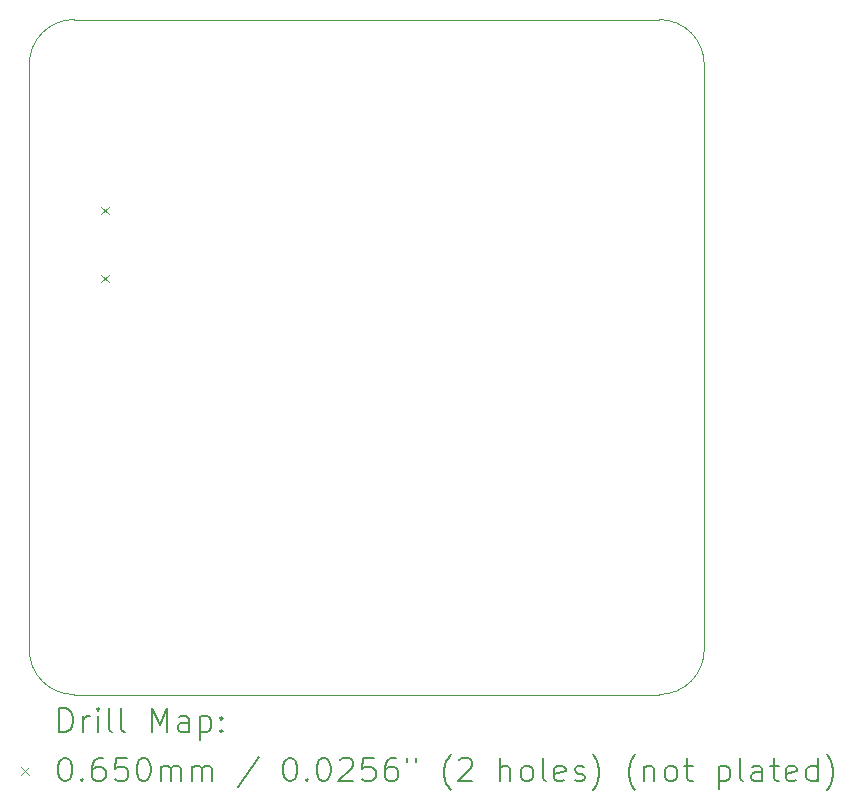
<source format=gbr>
%TF.GenerationSoftware,KiCad,Pcbnew,8.0.6*%
%TF.CreationDate,2025-01-17T02:24:15-08:00*%
%TF.ProjectId,Constellation Stack V2.0,436f6e73-7465-46c6-9c61-74696f6e2053,rev?*%
%TF.SameCoordinates,Original*%
%TF.FileFunction,Drillmap*%
%TF.FilePolarity,Positive*%
%FSLAX45Y45*%
G04 Gerber Fmt 4.5, Leading zero omitted, Abs format (unit mm)*
G04 Created by KiCad (PCBNEW 8.0.6) date 2025-01-17 02:24:15*
%MOMM*%
%LPD*%
G01*
G04 APERTURE LIST*
%ADD10C,0.100000*%
%ADD11C,0.200000*%
G04 APERTURE END LIST*
D10*
X2921000Y-8255000D02*
G75*
G02*
X2540000Y-7874000I0J381000D01*
G01*
X7874000Y-2540000D02*
G75*
G02*
X8255000Y-2921000I0J-381000D01*
G01*
X2540000Y-7874000D02*
X2540000Y-2921000D01*
X8255000Y-7874000D02*
G75*
G02*
X7874000Y-8255000I-381000J0D01*
G01*
X8255000Y-7874000D02*
X8255000Y-2921000D01*
X2921000Y-8255000D02*
X7874000Y-8255000D01*
X2540000Y-2921000D02*
G75*
G02*
X2921000Y-2540000I381000J0D01*
G01*
X2921000Y-2540000D02*
X7874000Y-2540000D01*
D11*
D10*
X3149000Y-4123500D02*
X3214000Y-4188500D01*
X3214000Y-4123500D02*
X3149000Y-4188500D01*
X3149000Y-4701500D02*
X3214000Y-4766500D01*
X3214000Y-4701500D02*
X3149000Y-4766500D01*
D11*
X2795777Y-8571484D02*
X2795777Y-8371484D01*
X2795777Y-8371484D02*
X2843396Y-8371484D01*
X2843396Y-8371484D02*
X2871967Y-8381008D01*
X2871967Y-8381008D02*
X2891015Y-8400055D01*
X2891015Y-8400055D02*
X2900539Y-8419103D01*
X2900539Y-8419103D02*
X2910062Y-8457198D01*
X2910062Y-8457198D02*
X2910062Y-8485770D01*
X2910062Y-8485770D02*
X2900539Y-8523865D01*
X2900539Y-8523865D02*
X2891015Y-8542912D01*
X2891015Y-8542912D02*
X2871967Y-8561960D01*
X2871967Y-8561960D02*
X2843396Y-8571484D01*
X2843396Y-8571484D02*
X2795777Y-8571484D01*
X2995777Y-8571484D02*
X2995777Y-8438150D01*
X2995777Y-8476246D02*
X3005301Y-8457198D01*
X3005301Y-8457198D02*
X3014824Y-8447674D01*
X3014824Y-8447674D02*
X3033872Y-8438150D01*
X3033872Y-8438150D02*
X3052920Y-8438150D01*
X3119586Y-8571484D02*
X3119586Y-8438150D01*
X3119586Y-8371484D02*
X3110062Y-8381008D01*
X3110062Y-8381008D02*
X3119586Y-8390531D01*
X3119586Y-8390531D02*
X3129110Y-8381008D01*
X3129110Y-8381008D02*
X3119586Y-8371484D01*
X3119586Y-8371484D02*
X3119586Y-8390531D01*
X3243396Y-8571484D02*
X3224348Y-8561960D01*
X3224348Y-8561960D02*
X3214824Y-8542912D01*
X3214824Y-8542912D02*
X3214824Y-8371484D01*
X3348158Y-8571484D02*
X3329110Y-8561960D01*
X3329110Y-8561960D02*
X3319586Y-8542912D01*
X3319586Y-8542912D02*
X3319586Y-8371484D01*
X3576729Y-8571484D02*
X3576729Y-8371484D01*
X3576729Y-8371484D02*
X3643396Y-8514341D01*
X3643396Y-8514341D02*
X3710062Y-8371484D01*
X3710062Y-8371484D02*
X3710062Y-8571484D01*
X3891015Y-8571484D02*
X3891015Y-8466722D01*
X3891015Y-8466722D02*
X3881491Y-8447674D01*
X3881491Y-8447674D02*
X3862443Y-8438150D01*
X3862443Y-8438150D02*
X3824348Y-8438150D01*
X3824348Y-8438150D02*
X3805301Y-8447674D01*
X3891015Y-8561960D02*
X3871967Y-8571484D01*
X3871967Y-8571484D02*
X3824348Y-8571484D01*
X3824348Y-8571484D02*
X3805301Y-8561960D01*
X3805301Y-8561960D02*
X3795777Y-8542912D01*
X3795777Y-8542912D02*
X3795777Y-8523865D01*
X3795777Y-8523865D02*
X3805301Y-8504817D01*
X3805301Y-8504817D02*
X3824348Y-8495293D01*
X3824348Y-8495293D02*
X3871967Y-8495293D01*
X3871967Y-8495293D02*
X3891015Y-8485770D01*
X3986253Y-8438150D02*
X3986253Y-8638150D01*
X3986253Y-8447674D02*
X4005301Y-8438150D01*
X4005301Y-8438150D02*
X4043396Y-8438150D01*
X4043396Y-8438150D02*
X4062443Y-8447674D01*
X4062443Y-8447674D02*
X4071967Y-8457198D01*
X4071967Y-8457198D02*
X4081491Y-8476246D01*
X4081491Y-8476246D02*
X4081491Y-8533389D01*
X4081491Y-8533389D02*
X4071967Y-8552436D01*
X4071967Y-8552436D02*
X4062443Y-8561960D01*
X4062443Y-8561960D02*
X4043396Y-8571484D01*
X4043396Y-8571484D02*
X4005301Y-8571484D01*
X4005301Y-8571484D02*
X3986253Y-8561960D01*
X4167205Y-8552436D02*
X4176729Y-8561960D01*
X4176729Y-8561960D02*
X4167205Y-8571484D01*
X4167205Y-8571484D02*
X4157682Y-8561960D01*
X4157682Y-8561960D02*
X4167205Y-8552436D01*
X4167205Y-8552436D02*
X4167205Y-8571484D01*
X4167205Y-8447674D02*
X4176729Y-8457198D01*
X4176729Y-8457198D02*
X4167205Y-8466722D01*
X4167205Y-8466722D02*
X4157682Y-8457198D01*
X4157682Y-8457198D02*
X4167205Y-8447674D01*
X4167205Y-8447674D02*
X4167205Y-8466722D01*
D10*
X2470000Y-8867500D02*
X2535000Y-8932500D01*
X2535000Y-8867500D02*
X2470000Y-8932500D01*
D11*
X2833872Y-8791484D02*
X2852920Y-8791484D01*
X2852920Y-8791484D02*
X2871967Y-8801008D01*
X2871967Y-8801008D02*
X2881491Y-8810531D01*
X2881491Y-8810531D02*
X2891015Y-8829579D01*
X2891015Y-8829579D02*
X2900539Y-8867674D01*
X2900539Y-8867674D02*
X2900539Y-8915293D01*
X2900539Y-8915293D02*
X2891015Y-8953389D01*
X2891015Y-8953389D02*
X2881491Y-8972436D01*
X2881491Y-8972436D02*
X2871967Y-8981960D01*
X2871967Y-8981960D02*
X2852920Y-8991484D01*
X2852920Y-8991484D02*
X2833872Y-8991484D01*
X2833872Y-8991484D02*
X2814824Y-8981960D01*
X2814824Y-8981960D02*
X2805301Y-8972436D01*
X2805301Y-8972436D02*
X2795777Y-8953389D01*
X2795777Y-8953389D02*
X2786253Y-8915293D01*
X2786253Y-8915293D02*
X2786253Y-8867674D01*
X2786253Y-8867674D02*
X2795777Y-8829579D01*
X2795777Y-8829579D02*
X2805301Y-8810531D01*
X2805301Y-8810531D02*
X2814824Y-8801008D01*
X2814824Y-8801008D02*
X2833872Y-8791484D01*
X2986253Y-8972436D02*
X2995777Y-8981960D01*
X2995777Y-8981960D02*
X2986253Y-8991484D01*
X2986253Y-8991484D02*
X2976729Y-8981960D01*
X2976729Y-8981960D02*
X2986253Y-8972436D01*
X2986253Y-8972436D02*
X2986253Y-8991484D01*
X3167205Y-8791484D02*
X3129110Y-8791484D01*
X3129110Y-8791484D02*
X3110062Y-8801008D01*
X3110062Y-8801008D02*
X3100539Y-8810531D01*
X3100539Y-8810531D02*
X3081491Y-8839103D01*
X3081491Y-8839103D02*
X3071967Y-8877198D01*
X3071967Y-8877198D02*
X3071967Y-8953389D01*
X3071967Y-8953389D02*
X3081491Y-8972436D01*
X3081491Y-8972436D02*
X3091015Y-8981960D01*
X3091015Y-8981960D02*
X3110062Y-8991484D01*
X3110062Y-8991484D02*
X3148158Y-8991484D01*
X3148158Y-8991484D02*
X3167205Y-8981960D01*
X3167205Y-8981960D02*
X3176729Y-8972436D01*
X3176729Y-8972436D02*
X3186253Y-8953389D01*
X3186253Y-8953389D02*
X3186253Y-8905770D01*
X3186253Y-8905770D02*
X3176729Y-8886722D01*
X3176729Y-8886722D02*
X3167205Y-8877198D01*
X3167205Y-8877198D02*
X3148158Y-8867674D01*
X3148158Y-8867674D02*
X3110062Y-8867674D01*
X3110062Y-8867674D02*
X3091015Y-8877198D01*
X3091015Y-8877198D02*
X3081491Y-8886722D01*
X3081491Y-8886722D02*
X3071967Y-8905770D01*
X3367205Y-8791484D02*
X3271967Y-8791484D01*
X3271967Y-8791484D02*
X3262443Y-8886722D01*
X3262443Y-8886722D02*
X3271967Y-8877198D01*
X3271967Y-8877198D02*
X3291015Y-8867674D01*
X3291015Y-8867674D02*
X3338634Y-8867674D01*
X3338634Y-8867674D02*
X3357682Y-8877198D01*
X3357682Y-8877198D02*
X3367205Y-8886722D01*
X3367205Y-8886722D02*
X3376729Y-8905770D01*
X3376729Y-8905770D02*
X3376729Y-8953389D01*
X3376729Y-8953389D02*
X3367205Y-8972436D01*
X3367205Y-8972436D02*
X3357682Y-8981960D01*
X3357682Y-8981960D02*
X3338634Y-8991484D01*
X3338634Y-8991484D02*
X3291015Y-8991484D01*
X3291015Y-8991484D02*
X3271967Y-8981960D01*
X3271967Y-8981960D02*
X3262443Y-8972436D01*
X3500539Y-8791484D02*
X3519586Y-8791484D01*
X3519586Y-8791484D02*
X3538634Y-8801008D01*
X3538634Y-8801008D02*
X3548158Y-8810531D01*
X3548158Y-8810531D02*
X3557682Y-8829579D01*
X3557682Y-8829579D02*
X3567205Y-8867674D01*
X3567205Y-8867674D02*
X3567205Y-8915293D01*
X3567205Y-8915293D02*
X3557682Y-8953389D01*
X3557682Y-8953389D02*
X3548158Y-8972436D01*
X3548158Y-8972436D02*
X3538634Y-8981960D01*
X3538634Y-8981960D02*
X3519586Y-8991484D01*
X3519586Y-8991484D02*
X3500539Y-8991484D01*
X3500539Y-8991484D02*
X3481491Y-8981960D01*
X3481491Y-8981960D02*
X3471967Y-8972436D01*
X3471967Y-8972436D02*
X3462443Y-8953389D01*
X3462443Y-8953389D02*
X3452920Y-8915293D01*
X3452920Y-8915293D02*
X3452920Y-8867674D01*
X3452920Y-8867674D02*
X3462443Y-8829579D01*
X3462443Y-8829579D02*
X3471967Y-8810531D01*
X3471967Y-8810531D02*
X3481491Y-8801008D01*
X3481491Y-8801008D02*
X3500539Y-8791484D01*
X3652920Y-8991484D02*
X3652920Y-8858150D01*
X3652920Y-8877198D02*
X3662443Y-8867674D01*
X3662443Y-8867674D02*
X3681491Y-8858150D01*
X3681491Y-8858150D02*
X3710063Y-8858150D01*
X3710063Y-8858150D02*
X3729110Y-8867674D01*
X3729110Y-8867674D02*
X3738634Y-8886722D01*
X3738634Y-8886722D02*
X3738634Y-8991484D01*
X3738634Y-8886722D02*
X3748158Y-8867674D01*
X3748158Y-8867674D02*
X3767205Y-8858150D01*
X3767205Y-8858150D02*
X3795777Y-8858150D01*
X3795777Y-8858150D02*
X3814824Y-8867674D01*
X3814824Y-8867674D02*
X3824348Y-8886722D01*
X3824348Y-8886722D02*
X3824348Y-8991484D01*
X3919586Y-8991484D02*
X3919586Y-8858150D01*
X3919586Y-8877198D02*
X3929110Y-8867674D01*
X3929110Y-8867674D02*
X3948158Y-8858150D01*
X3948158Y-8858150D02*
X3976729Y-8858150D01*
X3976729Y-8858150D02*
X3995777Y-8867674D01*
X3995777Y-8867674D02*
X4005301Y-8886722D01*
X4005301Y-8886722D02*
X4005301Y-8991484D01*
X4005301Y-8886722D02*
X4014824Y-8867674D01*
X4014824Y-8867674D02*
X4033872Y-8858150D01*
X4033872Y-8858150D02*
X4062443Y-8858150D01*
X4062443Y-8858150D02*
X4081491Y-8867674D01*
X4081491Y-8867674D02*
X4091015Y-8886722D01*
X4091015Y-8886722D02*
X4091015Y-8991484D01*
X4481491Y-8781960D02*
X4310063Y-9039103D01*
X4738634Y-8791484D02*
X4757682Y-8791484D01*
X4757682Y-8791484D02*
X4776729Y-8801008D01*
X4776729Y-8801008D02*
X4786253Y-8810531D01*
X4786253Y-8810531D02*
X4795777Y-8829579D01*
X4795777Y-8829579D02*
X4805301Y-8867674D01*
X4805301Y-8867674D02*
X4805301Y-8915293D01*
X4805301Y-8915293D02*
X4795777Y-8953389D01*
X4795777Y-8953389D02*
X4786253Y-8972436D01*
X4786253Y-8972436D02*
X4776729Y-8981960D01*
X4776729Y-8981960D02*
X4757682Y-8991484D01*
X4757682Y-8991484D02*
X4738634Y-8991484D01*
X4738634Y-8991484D02*
X4719587Y-8981960D01*
X4719587Y-8981960D02*
X4710063Y-8972436D01*
X4710063Y-8972436D02*
X4700539Y-8953389D01*
X4700539Y-8953389D02*
X4691015Y-8915293D01*
X4691015Y-8915293D02*
X4691015Y-8867674D01*
X4691015Y-8867674D02*
X4700539Y-8829579D01*
X4700539Y-8829579D02*
X4710063Y-8810531D01*
X4710063Y-8810531D02*
X4719587Y-8801008D01*
X4719587Y-8801008D02*
X4738634Y-8791484D01*
X4891015Y-8972436D02*
X4900539Y-8981960D01*
X4900539Y-8981960D02*
X4891015Y-8991484D01*
X4891015Y-8991484D02*
X4881491Y-8981960D01*
X4881491Y-8981960D02*
X4891015Y-8972436D01*
X4891015Y-8972436D02*
X4891015Y-8991484D01*
X5024348Y-8791484D02*
X5043396Y-8791484D01*
X5043396Y-8791484D02*
X5062444Y-8801008D01*
X5062444Y-8801008D02*
X5071968Y-8810531D01*
X5071968Y-8810531D02*
X5081491Y-8829579D01*
X5081491Y-8829579D02*
X5091015Y-8867674D01*
X5091015Y-8867674D02*
X5091015Y-8915293D01*
X5091015Y-8915293D02*
X5081491Y-8953389D01*
X5081491Y-8953389D02*
X5071968Y-8972436D01*
X5071968Y-8972436D02*
X5062444Y-8981960D01*
X5062444Y-8981960D02*
X5043396Y-8991484D01*
X5043396Y-8991484D02*
X5024348Y-8991484D01*
X5024348Y-8991484D02*
X5005301Y-8981960D01*
X5005301Y-8981960D02*
X4995777Y-8972436D01*
X4995777Y-8972436D02*
X4986253Y-8953389D01*
X4986253Y-8953389D02*
X4976729Y-8915293D01*
X4976729Y-8915293D02*
X4976729Y-8867674D01*
X4976729Y-8867674D02*
X4986253Y-8829579D01*
X4986253Y-8829579D02*
X4995777Y-8810531D01*
X4995777Y-8810531D02*
X5005301Y-8801008D01*
X5005301Y-8801008D02*
X5024348Y-8791484D01*
X5167206Y-8810531D02*
X5176729Y-8801008D01*
X5176729Y-8801008D02*
X5195777Y-8791484D01*
X5195777Y-8791484D02*
X5243396Y-8791484D01*
X5243396Y-8791484D02*
X5262444Y-8801008D01*
X5262444Y-8801008D02*
X5271968Y-8810531D01*
X5271968Y-8810531D02*
X5281491Y-8829579D01*
X5281491Y-8829579D02*
X5281491Y-8848627D01*
X5281491Y-8848627D02*
X5271968Y-8877198D01*
X5271968Y-8877198D02*
X5157682Y-8991484D01*
X5157682Y-8991484D02*
X5281491Y-8991484D01*
X5462444Y-8791484D02*
X5367206Y-8791484D01*
X5367206Y-8791484D02*
X5357682Y-8886722D01*
X5357682Y-8886722D02*
X5367206Y-8877198D01*
X5367206Y-8877198D02*
X5386253Y-8867674D01*
X5386253Y-8867674D02*
X5433872Y-8867674D01*
X5433872Y-8867674D02*
X5452920Y-8877198D01*
X5452920Y-8877198D02*
X5462444Y-8886722D01*
X5462444Y-8886722D02*
X5471968Y-8905770D01*
X5471968Y-8905770D02*
X5471968Y-8953389D01*
X5471968Y-8953389D02*
X5462444Y-8972436D01*
X5462444Y-8972436D02*
X5452920Y-8981960D01*
X5452920Y-8981960D02*
X5433872Y-8991484D01*
X5433872Y-8991484D02*
X5386253Y-8991484D01*
X5386253Y-8991484D02*
X5367206Y-8981960D01*
X5367206Y-8981960D02*
X5357682Y-8972436D01*
X5643396Y-8791484D02*
X5605301Y-8791484D01*
X5605301Y-8791484D02*
X5586253Y-8801008D01*
X5586253Y-8801008D02*
X5576729Y-8810531D01*
X5576729Y-8810531D02*
X5557682Y-8839103D01*
X5557682Y-8839103D02*
X5548158Y-8877198D01*
X5548158Y-8877198D02*
X5548158Y-8953389D01*
X5548158Y-8953389D02*
X5557682Y-8972436D01*
X5557682Y-8972436D02*
X5567206Y-8981960D01*
X5567206Y-8981960D02*
X5586253Y-8991484D01*
X5586253Y-8991484D02*
X5624348Y-8991484D01*
X5624348Y-8991484D02*
X5643396Y-8981960D01*
X5643396Y-8981960D02*
X5652920Y-8972436D01*
X5652920Y-8972436D02*
X5662444Y-8953389D01*
X5662444Y-8953389D02*
X5662444Y-8905770D01*
X5662444Y-8905770D02*
X5652920Y-8886722D01*
X5652920Y-8886722D02*
X5643396Y-8877198D01*
X5643396Y-8877198D02*
X5624348Y-8867674D01*
X5624348Y-8867674D02*
X5586253Y-8867674D01*
X5586253Y-8867674D02*
X5567206Y-8877198D01*
X5567206Y-8877198D02*
X5557682Y-8886722D01*
X5557682Y-8886722D02*
X5548158Y-8905770D01*
X5738634Y-8791484D02*
X5738634Y-8829579D01*
X5814825Y-8791484D02*
X5814825Y-8829579D01*
X6110063Y-9067674D02*
X6100539Y-9058150D01*
X6100539Y-9058150D02*
X6081491Y-9029579D01*
X6081491Y-9029579D02*
X6071968Y-9010531D01*
X6071968Y-9010531D02*
X6062444Y-8981960D01*
X6062444Y-8981960D02*
X6052920Y-8934341D01*
X6052920Y-8934341D02*
X6052920Y-8896246D01*
X6052920Y-8896246D02*
X6062444Y-8848627D01*
X6062444Y-8848627D02*
X6071968Y-8820055D01*
X6071968Y-8820055D02*
X6081491Y-8801008D01*
X6081491Y-8801008D02*
X6100539Y-8772436D01*
X6100539Y-8772436D02*
X6110063Y-8762912D01*
X6176729Y-8810531D02*
X6186253Y-8801008D01*
X6186253Y-8801008D02*
X6205301Y-8791484D01*
X6205301Y-8791484D02*
X6252920Y-8791484D01*
X6252920Y-8791484D02*
X6271968Y-8801008D01*
X6271968Y-8801008D02*
X6281491Y-8810531D01*
X6281491Y-8810531D02*
X6291015Y-8829579D01*
X6291015Y-8829579D02*
X6291015Y-8848627D01*
X6291015Y-8848627D02*
X6281491Y-8877198D01*
X6281491Y-8877198D02*
X6167206Y-8991484D01*
X6167206Y-8991484D02*
X6291015Y-8991484D01*
X6529110Y-8991484D02*
X6529110Y-8791484D01*
X6614825Y-8991484D02*
X6614825Y-8886722D01*
X6614825Y-8886722D02*
X6605301Y-8867674D01*
X6605301Y-8867674D02*
X6586253Y-8858150D01*
X6586253Y-8858150D02*
X6557682Y-8858150D01*
X6557682Y-8858150D02*
X6538634Y-8867674D01*
X6538634Y-8867674D02*
X6529110Y-8877198D01*
X6738634Y-8991484D02*
X6719587Y-8981960D01*
X6719587Y-8981960D02*
X6710063Y-8972436D01*
X6710063Y-8972436D02*
X6700539Y-8953389D01*
X6700539Y-8953389D02*
X6700539Y-8896246D01*
X6700539Y-8896246D02*
X6710063Y-8877198D01*
X6710063Y-8877198D02*
X6719587Y-8867674D01*
X6719587Y-8867674D02*
X6738634Y-8858150D01*
X6738634Y-8858150D02*
X6767206Y-8858150D01*
X6767206Y-8858150D02*
X6786253Y-8867674D01*
X6786253Y-8867674D02*
X6795777Y-8877198D01*
X6795777Y-8877198D02*
X6805301Y-8896246D01*
X6805301Y-8896246D02*
X6805301Y-8953389D01*
X6805301Y-8953389D02*
X6795777Y-8972436D01*
X6795777Y-8972436D02*
X6786253Y-8981960D01*
X6786253Y-8981960D02*
X6767206Y-8991484D01*
X6767206Y-8991484D02*
X6738634Y-8991484D01*
X6919587Y-8991484D02*
X6900539Y-8981960D01*
X6900539Y-8981960D02*
X6891015Y-8962912D01*
X6891015Y-8962912D02*
X6891015Y-8791484D01*
X7071968Y-8981960D02*
X7052920Y-8991484D01*
X7052920Y-8991484D02*
X7014825Y-8991484D01*
X7014825Y-8991484D02*
X6995777Y-8981960D01*
X6995777Y-8981960D02*
X6986253Y-8962912D01*
X6986253Y-8962912D02*
X6986253Y-8886722D01*
X6986253Y-8886722D02*
X6995777Y-8867674D01*
X6995777Y-8867674D02*
X7014825Y-8858150D01*
X7014825Y-8858150D02*
X7052920Y-8858150D01*
X7052920Y-8858150D02*
X7071968Y-8867674D01*
X7071968Y-8867674D02*
X7081491Y-8886722D01*
X7081491Y-8886722D02*
X7081491Y-8905770D01*
X7081491Y-8905770D02*
X6986253Y-8924817D01*
X7157682Y-8981960D02*
X7176730Y-8991484D01*
X7176730Y-8991484D02*
X7214825Y-8991484D01*
X7214825Y-8991484D02*
X7233872Y-8981960D01*
X7233872Y-8981960D02*
X7243396Y-8962912D01*
X7243396Y-8962912D02*
X7243396Y-8953389D01*
X7243396Y-8953389D02*
X7233872Y-8934341D01*
X7233872Y-8934341D02*
X7214825Y-8924817D01*
X7214825Y-8924817D02*
X7186253Y-8924817D01*
X7186253Y-8924817D02*
X7167206Y-8915293D01*
X7167206Y-8915293D02*
X7157682Y-8896246D01*
X7157682Y-8896246D02*
X7157682Y-8886722D01*
X7157682Y-8886722D02*
X7167206Y-8867674D01*
X7167206Y-8867674D02*
X7186253Y-8858150D01*
X7186253Y-8858150D02*
X7214825Y-8858150D01*
X7214825Y-8858150D02*
X7233872Y-8867674D01*
X7310063Y-9067674D02*
X7319587Y-9058150D01*
X7319587Y-9058150D02*
X7338634Y-9029579D01*
X7338634Y-9029579D02*
X7348158Y-9010531D01*
X7348158Y-9010531D02*
X7357682Y-8981960D01*
X7357682Y-8981960D02*
X7367206Y-8934341D01*
X7367206Y-8934341D02*
X7367206Y-8896246D01*
X7367206Y-8896246D02*
X7357682Y-8848627D01*
X7357682Y-8848627D02*
X7348158Y-8820055D01*
X7348158Y-8820055D02*
X7338634Y-8801008D01*
X7338634Y-8801008D02*
X7319587Y-8772436D01*
X7319587Y-8772436D02*
X7310063Y-8762912D01*
X7671968Y-9067674D02*
X7662444Y-9058150D01*
X7662444Y-9058150D02*
X7643396Y-9029579D01*
X7643396Y-9029579D02*
X7633872Y-9010531D01*
X7633872Y-9010531D02*
X7624349Y-8981960D01*
X7624349Y-8981960D02*
X7614825Y-8934341D01*
X7614825Y-8934341D02*
X7614825Y-8896246D01*
X7614825Y-8896246D02*
X7624349Y-8848627D01*
X7624349Y-8848627D02*
X7633872Y-8820055D01*
X7633872Y-8820055D02*
X7643396Y-8801008D01*
X7643396Y-8801008D02*
X7662444Y-8772436D01*
X7662444Y-8772436D02*
X7671968Y-8762912D01*
X7748158Y-8858150D02*
X7748158Y-8991484D01*
X7748158Y-8877198D02*
X7757682Y-8867674D01*
X7757682Y-8867674D02*
X7776730Y-8858150D01*
X7776730Y-8858150D02*
X7805301Y-8858150D01*
X7805301Y-8858150D02*
X7824349Y-8867674D01*
X7824349Y-8867674D02*
X7833872Y-8886722D01*
X7833872Y-8886722D02*
X7833872Y-8991484D01*
X7957682Y-8991484D02*
X7938634Y-8981960D01*
X7938634Y-8981960D02*
X7929111Y-8972436D01*
X7929111Y-8972436D02*
X7919587Y-8953389D01*
X7919587Y-8953389D02*
X7919587Y-8896246D01*
X7919587Y-8896246D02*
X7929111Y-8877198D01*
X7929111Y-8877198D02*
X7938634Y-8867674D01*
X7938634Y-8867674D02*
X7957682Y-8858150D01*
X7957682Y-8858150D02*
X7986253Y-8858150D01*
X7986253Y-8858150D02*
X8005301Y-8867674D01*
X8005301Y-8867674D02*
X8014825Y-8877198D01*
X8014825Y-8877198D02*
X8024349Y-8896246D01*
X8024349Y-8896246D02*
X8024349Y-8953389D01*
X8024349Y-8953389D02*
X8014825Y-8972436D01*
X8014825Y-8972436D02*
X8005301Y-8981960D01*
X8005301Y-8981960D02*
X7986253Y-8991484D01*
X7986253Y-8991484D02*
X7957682Y-8991484D01*
X8081492Y-8858150D02*
X8157682Y-8858150D01*
X8110063Y-8791484D02*
X8110063Y-8962912D01*
X8110063Y-8962912D02*
X8119587Y-8981960D01*
X8119587Y-8981960D02*
X8138634Y-8991484D01*
X8138634Y-8991484D02*
X8157682Y-8991484D01*
X8376730Y-8858150D02*
X8376730Y-9058150D01*
X8376730Y-8867674D02*
X8395777Y-8858150D01*
X8395777Y-8858150D02*
X8433873Y-8858150D01*
X8433873Y-8858150D02*
X8452920Y-8867674D01*
X8452920Y-8867674D02*
X8462444Y-8877198D01*
X8462444Y-8877198D02*
X8471968Y-8896246D01*
X8471968Y-8896246D02*
X8471968Y-8953389D01*
X8471968Y-8953389D02*
X8462444Y-8972436D01*
X8462444Y-8972436D02*
X8452920Y-8981960D01*
X8452920Y-8981960D02*
X8433873Y-8991484D01*
X8433873Y-8991484D02*
X8395777Y-8991484D01*
X8395777Y-8991484D02*
X8376730Y-8981960D01*
X8586254Y-8991484D02*
X8567206Y-8981960D01*
X8567206Y-8981960D02*
X8557682Y-8962912D01*
X8557682Y-8962912D02*
X8557682Y-8791484D01*
X8748158Y-8991484D02*
X8748158Y-8886722D01*
X8748158Y-8886722D02*
X8738635Y-8867674D01*
X8738635Y-8867674D02*
X8719587Y-8858150D01*
X8719587Y-8858150D02*
X8681492Y-8858150D01*
X8681492Y-8858150D02*
X8662444Y-8867674D01*
X8748158Y-8981960D02*
X8729111Y-8991484D01*
X8729111Y-8991484D02*
X8681492Y-8991484D01*
X8681492Y-8991484D02*
X8662444Y-8981960D01*
X8662444Y-8981960D02*
X8652920Y-8962912D01*
X8652920Y-8962912D02*
X8652920Y-8943865D01*
X8652920Y-8943865D02*
X8662444Y-8924817D01*
X8662444Y-8924817D02*
X8681492Y-8915293D01*
X8681492Y-8915293D02*
X8729111Y-8915293D01*
X8729111Y-8915293D02*
X8748158Y-8905770D01*
X8814825Y-8858150D02*
X8891015Y-8858150D01*
X8843396Y-8791484D02*
X8843396Y-8962912D01*
X8843396Y-8962912D02*
X8852920Y-8981960D01*
X8852920Y-8981960D02*
X8871968Y-8991484D01*
X8871968Y-8991484D02*
X8891015Y-8991484D01*
X9033873Y-8981960D02*
X9014825Y-8991484D01*
X9014825Y-8991484D02*
X8976730Y-8991484D01*
X8976730Y-8991484D02*
X8957682Y-8981960D01*
X8957682Y-8981960D02*
X8948158Y-8962912D01*
X8948158Y-8962912D02*
X8948158Y-8886722D01*
X8948158Y-8886722D02*
X8957682Y-8867674D01*
X8957682Y-8867674D02*
X8976730Y-8858150D01*
X8976730Y-8858150D02*
X9014825Y-8858150D01*
X9014825Y-8858150D02*
X9033873Y-8867674D01*
X9033873Y-8867674D02*
X9043396Y-8886722D01*
X9043396Y-8886722D02*
X9043396Y-8905770D01*
X9043396Y-8905770D02*
X8948158Y-8924817D01*
X9214825Y-8991484D02*
X9214825Y-8791484D01*
X9214825Y-8981960D02*
X9195777Y-8991484D01*
X9195777Y-8991484D02*
X9157682Y-8991484D01*
X9157682Y-8991484D02*
X9138635Y-8981960D01*
X9138635Y-8981960D02*
X9129111Y-8972436D01*
X9129111Y-8972436D02*
X9119587Y-8953389D01*
X9119587Y-8953389D02*
X9119587Y-8896246D01*
X9119587Y-8896246D02*
X9129111Y-8877198D01*
X9129111Y-8877198D02*
X9138635Y-8867674D01*
X9138635Y-8867674D02*
X9157682Y-8858150D01*
X9157682Y-8858150D02*
X9195777Y-8858150D01*
X9195777Y-8858150D02*
X9214825Y-8867674D01*
X9291016Y-9067674D02*
X9300539Y-9058150D01*
X9300539Y-9058150D02*
X9319587Y-9029579D01*
X9319587Y-9029579D02*
X9329111Y-9010531D01*
X9329111Y-9010531D02*
X9338635Y-8981960D01*
X9338635Y-8981960D02*
X9348158Y-8934341D01*
X9348158Y-8934341D02*
X9348158Y-8896246D01*
X9348158Y-8896246D02*
X9338635Y-8848627D01*
X9338635Y-8848627D02*
X9329111Y-8820055D01*
X9329111Y-8820055D02*
X9319587Y-8801008D01*
X9319587Y-8801008D02*
X9300539Y-8772436D01*
X9300539Y-8772436D02*
X9291016Y-8762912D01*
M02*

</source>
